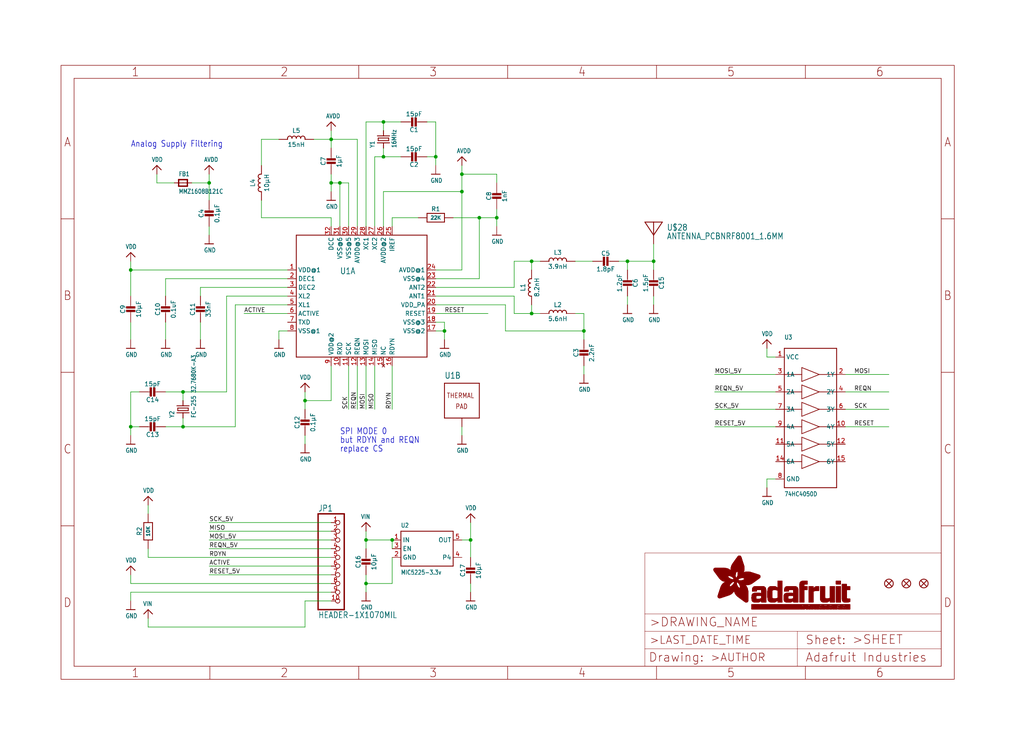
<source format=kicad_sch>
(kicad_sch (version 20211123) (generator eeschema)
  (paper "User" 298.45 217.881)
  (lib_symbols
    (symbol "schematicEagle-eagle-import:74HC4050DTSSOP"
      (property "Reference" "U" (at -7.62 22.86 0))
      (property "Value" "74HC4050DTSSOP" (at -7.62 -22.86 0))
      (symbol "74HC4050DTSSOP_1_0"
        (pin bidirectional line (at -10.16 17.78 0) (length 2.54) (name "VCC") (number "1"))
        (pin bidirectional line (at 10.16 -2.54 180) (length 2.54) (name "4Y") (number "10"))
        (pin bidirectional line (at -10.16 -7.62 0) (length 2.54) (name "5A") (number "11"))
        (pin bidirectional line (at 10.16 -7.62 180) (length 2.54) (name "5Y") (number "12"))
        (pin bidirectional line (at -10.16 -12.7 0) (length 2.54) (name "6A") (number "14"))
        (pin bidirectional line (at 10.16 -12.7 180) (length 2.54) (name "6Y") (number "15"))
        (pin bidirectional line (at 10.16 12.7 180) (length 2.54) (name "1Y") (number "2"))
        (pin bidirectional line (at -10.16 12.7 0) (length 2.54) (name "1A") (number "3"))
        (pin bidirectional line (at 10.16 7.62 180) (length 2.54) (name "2Y") (number "4"))
        (pin bidirectional line (at -10.16 7.62 0) (length 2.54) (name "2A") (number "5"))
        (pin bidirectional line (at 10.16 2.54 180) (length 2.54) (name "3Y") (number "6"))
        (pin bidirectional line (at -10.16 2.54 0) (length 2.54) (name "3A") (number "7"))
        (pin bidirectional line (at -10.16 -17.78 0) (length 2.54) (name "GND") (number "8"))
        (pin bidirectional line (at -10.16 -2.54 0) (length 2.54) (name "4A") (number "9"))
      )
    )
    (symbol "schematicEagle-eagle-import:ANTENNA_PCBNRF8001_1.6MM"
      (property "Value" "ANTENNA_PCBNRF8001_1.6MM" (at 3.81 -1.27 0))
      (symbol "ANTENNA_PCBNRF8001_1.6MM_1_0"
        (pin passive line (at 0 -2.54 90) (length 2.54) (name "P$1") (number "FEED"))
      )
    )
    (symbol "schematicEagle-eagle-import:AVDD" (power)
      (property "Value" "AVDD" (at -1.524 1.016 0))
      (symbol "AVDD_1_0"
        (pin power_in line (at 0 -2.54 90) (length 2.54) (name "AVDD") (number "1"))
      )
    )
    (symbol "schematicEagle-eagle-import:CAP_CERAMIC0805-NOOUTLINE"
      (property "Reference" "C" (at -2.29 1.25 90))
      (property "Value" "CAP_CERAMIC0805-NOOUTLINE" (at 2.3 1.25 90))
      (symbol "CAP_CERAMIC0805-NOOUTLINE_1_0"
        (pin passive line (at 0 5.08 270) (length 2.54) (name "1") (number "1"))
        (pin passive line (at 0 -2.54 90) (length 2.54) (name "2") (number "2"))
      )
    )
    (symbol "schematicEagle-eagle-import:CAP_CERAMIC_0402"
      (property "Reference" "C" (at -2.29 1.25 90))
      (property "Value" "CAP_CERAMIC_0402" (at 2.3 1.25 90))
      (symbol "CAP_CERAMIC_0402_1_0"
        (pin passive line (at 0 5.08 270) (length 2.54) (name "1") (number "1"))
        (pin passive line (at 0 -2.54 90) (length 2.54) (name "2") (number "2"))
      )
    )
    (symbol "schematicEagle-eagle-import:CAP_CERAMIC_0402MP"
      (property "Reference" "C" (at -2.29 1.25 90))
      (property "Value" "CAP_CERAMIC_0402MP" (at 2.3 1.25 90))
      (symbol "CAP_CERAMIC_0402MP_1_0"
        (pin passive line (at 0 5.08 270) (length 2.54) (name "1") (number "1"))
        (pin passive line (at 0 -2.54 90) (length 2.54) (name "2") (number "2"))
      )
    )
    (symbol "schematicEagle-eagle-import:CAP_CERAMIC_0603"
      (property "Reference" "C" (at -2.29 1.25 90))
      (property "Value" "CAP_CERAMIC_0603" (at 2.3 1.25 90))
      (symbol "CAP_CERAMIC_0603_1_0"
        (pin passive line (at 0 5.08 270) (length 2.54) (name "1") (number "1"))
        (pin passive line (at 0 -2.54 90) (length 2.54) (name "2") (number "2"))
      )
    )
    (symbol "schematicEagle-eagle-import:CRYSTAL2.5X2.0"
      (property "Reference" "Y" (at -2.54 2.54 0))
      (property "Value" "CRYSTAL2.5X2.0" (at -2.54 -3.81 0))
      (symbol "CRYSTAL2.5X2.0_1_0"
        (pin passive line (at -2.54 0 0) (length 0) (name "1") (number "1"))
        (pin passive line (at 2.54 0 180) (length 0) (name "2") (number "3"))
      )
    )
    (symbol "schematicEagle-eagle-import:CRYSTAL4.9X1.8"
      (property "Reference" "Y" (at -2.54 2.54 0))
      (property "Value" "CRYSTAL4.9X1.8" (at -2.54 -3.81 0))
      (symbol "CRYSTAL4.9X1.8_1_0"
        (pin passive line (at -2.54 0 0) (length 0) (name "1") (number "1"))
        (pin passive line (at 2.54 0 180) (length 0) (name "2") (number "2"))
      )
    )
    (symbol "schematicEagle-eagle-import:FERRITE0805"
      (property "Reference" "FB" (at -1.27 1.905 0))
      (property "Value" "FERRITE0805" (at -1.27 -3.175 0))
      (symbol "FERRITE0805_1_0"
        (pin passive line (at -2.54 0 0) (length 2.54) (name "P$1") (number "1"))
        (pin passive line (at 2.54 0 180) (length 2.54) (name "P$2") (number "2"))
      )
    )
    (symbol "schematicEagle-eagle-import:FIDUCIAL{dblquote}{dblquote}")
    (symbol "schematicEagle-eagle-import:FRAME_A4_ADAFRUIT"
      (symbol "FRAME_A4_ADAFRUIT_0_0"
        (text "1" (at 21.6958 1.905 0) (effects (font (size 2.54 2.286))))
        (text "1" (at 21.6958 177.165 0) (effects (font (size 2.54 2.286))))
        (text "2" (at 65.0875 1.905 0) (effects (font (size 2.54 2.286))))
        (text "2" (at 65.0875 177.165 0) (effects (font (size 2.54 2.286))))
        (text "3" (at 108.4792 1.905 0) (effects (font (size 2.54 2.286))))
        (text "3" (at 108.4792 177.165 0) (effects (font (size 2.54 2.286))))
        (text "4" (at 151.8708 1.905 0) (effects (font (size 2.54 2.286))))
        (text "4" (at 151.8708 177.165 0) (effects (font (size 2.54 2.286))))
        (text "5" (at 195.2625 1.905 0) (effects (font (size 2.54 2.286))))
        (text "5" (at 195.2625 177.165 0) (effects (font (size 2.54 2.286))))
        (text "6" (at 238.6542 1.905 0) (effects (font (size 2.54 2.286))))
        (text "6" (at 238.6542 177.165 0) (effects (font (size 2.54 2.286))))
        (text "A" (at 1.905 156.6863 0) (effects (font (size 2.54 2.286))))
        (text "A" (at 258.445 156.6863 0) (effects (font (size 2.54 2.286))))
        (text "B" (at 1.905 111.9188 0) (effects (font (size 2.54 2.286))))
        (text "B" (at 258.445 111.9188 0) (effects (font (size 2.54 2.286))))
        (text "C" (at 1.905 67.1513 0) (effects (font (size 2.54 2.286))))
        (text "C" (at 258.445 67.1513 0) (effects (font (size 2.54 2.286))))
        (text "D" (at 1.905 22.3838 0) (effects (font (size 2.54 2.286))))
        (text "D" (at 258.445 22.3838 0) (effects (font (size 2.54 2.286))))
      )
      (symbol "FRAME_A4_ADAFRUIT_1_0"
        (text ">AUTHOR" (at 189.23 5.08 0) (effects (font (size 2.286 2.286)) (justify left bottom)))
        (text ">DRAWING_NAME" (at 171.45 15.24 0) (effects (font (size 2.54 2.54)) (justify left bottom)))
        (text ">LAST_DATE_TIME" (at 171.45 10.16 0) (effects (font (size 2.286 2.286)) (justify left bottom)))
        (text ">SHEET" (at 230.505 10.16 0) (effects (font (size 2.54 2.54)) (justify left bottom)))
        (text "Adafruit Industries" (at 216.916 4.953 0) (effects (font (size 2.54 2.54)) (justify left bottom)))
        (text "Drawing:" (at 171.196 4.953 0) (effects (font (size 2.54 2.54)) (justify left bottom)))
        (text "Sheet:" (at 216.916 10.033 0) (effects (font (size 2.54 2.54)) (justify left bottom)))
      )
    )
    (symbol "schematicEagle-eagle-import:GND" (power)
      (property "Value" "GND" (at -1.524 -2.54 0))
      (symbol "GND_1_0"
        (pin power_in line (at 0 2.54 270) (length 2.54) (name "GND") (number "1"))
      )
    )
    (symbol "schematicEagle-eagle-import:HEADER-1X1070MIL"
      (property "Reference" "JP" (at -6.35 13.335 0))
      (property "Value" "HEADER-1X1070MIL" (at -6.35 -17.78 0))
      (symbol "HEADER-1X1070MIL_1_0"
        (pin passive inverted (at -2.54 10.16 0) (length 2.54) (name "1") (number "1"))
        (pin passive inverted (at -2.54 -12.7 0) (length 2.54) (name "10") (number "10"))
        (pin passive inverted (at -2.54 7.62 0) (length 2.54) (name "2") (number "2"))
        (pin passive inverted (at -2.54 5.08 0) (length 2.54) (name "3") (number "3"))
        (pin passive inverted (at -2.54 2.54 0) (length 2.54) (name "4") (number "4"))
        (pin passive inverted (at -2.54 0 0) (length 2.54) (name "5") (number "5"))
        (pin passive inverted (at -2.54 -2.54 0) (length 2.54) (name "6") (number "6"))
        (pin passive inverted (at -2.54 -5.08 0) (length 2.54) (name "7") (number "7"))
        (pin passive inverted (at -2.54 -7.62 0) (length 2.54) (name "8") (number "8"))
        (pin passive inverted (at -2.54 -10.16 0) (length 2.54) (name "9") (number "9"))
      )
    )
    (symbol "schematicEagle-eagle-import:INDUCTOR_0402"
      (property "Reference" "L" (at 0 2.54 0))
      (property "Value" "INDUCTOR_0402" (at 0 -1.54 0))
      (symbol "INDUCTOR_0402_1_0"
        (pin passive line (at -5.08 0 0) (length 2.54) (name "1") (number "1"))
        (pin passive line (at 5.08 0 180) (length 2.54) (name "2") (number "2"))
      )
    )
    (symbol "schematicEagle-eagle-import:INDUCTOR_0603"
      (property "Reference" "L" (at 0 2.54 0))
      (property "Value" "INDUCTOR_0603" (at 0 -1.54 0))
      (symbol "INDUCTOR_0603_1_0"
        (pin passive line (at -5.08 0 0) (length 2.54) (name "1") (number "1"))
        (pin passive line (at 5.08 0 180) (length 2.54) (name "2") (number "2"))
      )
    )
    (symbol "schematicEagle-eagle-import:NRF8001"
      (property "Reference" "U" (at -5.08 6.35 0))
      (symbol "NRF8001_1_0"
        (pin power_in line (at -20.32 7.62 0) (length 2.54) (name "VDD@1") (number "1"))
        (pin input line (at -5.08 -20.32 90) (length 2.54) (name "RXD") (number "10"))
        (pin input line (at -2.54 -20.32 90) (length 2.54) (name "SCK") (number "11"))
        (pin input line (at 0 -20.32 90) (length 2.54) (name "REQN") (number "12"))
        (pin input line (at 2.54 -20.32 90) (length 2.54) (name "MOSI") (number "13"))
        (pin output line (at 5.08 -20.32 90) (length 2.54) (name "MISO") (number "14"))
        (pin no_connect line (at 7.62 -20.32 90) (length 2.54) (name "NC") (number "15"))
        (pin output line (at 10.16 -20.32 90) (length 2.54) (name "RDYN") (number "16"))
        (pin power_in line (at 22.86 -10.16 180) (length 2.54) (name "VSS@2") (number "17"))
        (pin power_in line (at 22.86 -7.62 180) (length 2.54) (name "VSS@3") (number "18"))
        (pin input line (at 22.86 -5.08 180) (length 2.54) (name "RESET") (number "19"))
        (pin bidirectional line (at -20.32 5.08 0) (length 2.54) (name "DEC1") (number "2"))
        (pin bidirectional line (at 22.86 -2.54 180) (length 2.54) (name "VDD_PA") (number "20"))
        (pin bidirectional line (at 22.86 0 180) (length 2.54) (name "ANT1") (number "21"))
        (pin bidirectional line (at 22.86 2.54 180) (length 2.54) (name "ANT2") (number "22"))
        (pin power_in line (at 22.86 5.08 180) (length 2.54) (name "VSS@4") (number "23"))
        (pin power_in line (at 22.86 7.62 180) (length 2.54) (name "AVDD@1") (number "24"))
        (pin output line (at 10.16 20.32 270) (length 2.54) (name "IREF") (number "25"))
        (pin power_in line (at 7.62 20.32 270) (length 2.54) (name "AVDD@2") (number "26"))
        (pin output line (at 5.08 20.32 270) (length 2.54) (name "XC2") (number "27"))
        (pin input line (at 2.54 20.32 270) (length 2.54) (name "XC1") (number "28"))
        (pin power_in line (at 0 20.32 270) (length 2.54) (name "AVDD@3") (number "29"))
        (pin bidirectional line (at -20.32 2.54 0) (length 2.54) (name "DEC2") (number "3"))
        (pin power_in line (at -2.54 20.32 270) (length 2.54) (name "VSS@5") (number "30"))
        (pin power_in line (at -5.08 20.32 270) (length 2.54) (name "VSS@6") (number "31"))
        (pin bidirectional line (at -7.62 20.32 270) (length 2.54) (name "DCC") (number "32"))
        (pin output line (at -20.32 0 0) (length 2.54) (name "XL2") (number "4"))
        (pin input line (at -20.32 -2.54 0) (length 2.54) (name "XL1") (number "5"))
        (pin output line (at -20.32 -5.08 0) (length 2.54) (name "ACTIVE") (number "6"))
        (pin output line (at -20.32 -7.62 0) (length 2.54) (name "TXD") (number "7"))
        (pin power_in line (at -20.32 -10.16 0) (length 2.54) (name "VSS@1") (number "8"))
        (pin power_in line (at -7.62 -20.32 90) (length 2.54) (name "VDD@2") (number "9"))
      )
      (symbol "NRF8001_2_0"
        (text "PAD" (at -1.905 -2.54 0) (effects (font (size 1.4224 1.209)) (justify left bottom)))
        (text "THERMAL" (at -4.445 0.635 0) (effects (font (size 1.4224 1.209)) (justify left bottom)))
        (pin power_in line (at 0 -7.62 90) (length 2.54) (name "TP") (number "33"))
      )
    )
    (symbol "schematicEagle-eagle-import:RESISTOR0805_NOOUTLINE"
      (property "Reference" "R" (at 0 2.54 0))
      (property "Value" "RESISTOR0805_NOOUTLINE" (at 0 0 0))
      (symbol "RESISTOR0805_NOOUTLINE_1_0"
        (pin passive line (at -5.08 0 0) (length 2.54) (name "1") (number "1"))
        (pin passive line (at 5.08 0 180) (length 2.54) (name "2") (number "2"))
      )
    )
    (symbol "schematicEagle-eagle-import:RESISTOR_0805MP"
      (property "Reference" "R" (at 0 2.54 0))
      (property "Value" "RESISTOR_0805MP" (at 0 0 0))
      (symbol "RESISTOR_0805MP_1_0"
        (pin passive line (at -5.08 0 0) (length 2.54) (name "1") (number "1"))
        (pin passive line (at 5.08 0 180) (length 2.54) (name "2") (number "2"))
      )
    )
    (symbol "schematicEagle-eagle-import:VDD" (power)
      (property "Value" "VDD" (at -1.524 1.016 0))
      (symbol "VDD_1_0"
        (pin power_in line (at 0 -2.54 90) (length 2.54) (name "VDD") (number "1"))
      )
    )
    (symbol "schematicEagle-eagle-import:VIN" (power)
      (property "Value" "VIN" (at -1.524 1.016 0))
      (symbol "VIN_1_0"
        (pin power_in line (at 0 -2.54 90) (length 2.54) (name "VIN") (number "1"))
      )
    )
    (symbol "schematicEagle-eagle-import:VREG_SOT23-5"
      (property "Reference" "U" (at -7.62 6.096 0))
      (property "Value" "VREG_SOT23-5" (at -7.62 -7.62 0))
      (symbol "VREG_SOT23-5_1_0"
        (pin power_in line (at -10.16 2.54 0) (length 2.54) (name "IN") (number "1"))
        (pin power_in line (at -10.16 -2.54 0) (length 2.54) (name "GND") (number "2"))
        (pin input line (at -10.16 0 0) (length 2.54) (name "EN") (number "3"))
        (pin bidirectional line (at 10.16 -2.54 180) (length 2.54) (name "P4") (number "4"))
        (pin power_in line (at 10.16 2.54 180) (length 2.54) (name "OUT") (number "5"))
      )
    )
  )
  (junction (at 38.1 78.74))
  (junction (at 139.7 63.5))
  (junction (at 60.96 53.34))
  (junction (at 53.34 114.3))
  (junction (at 182.88 76.2))
  (junction (at 129.54 96.52))
  (junction (at 96.52 40.64))
  (junction (at 99.06 53.34))
  (junction (at 154.94 91.44))
  (junction (at 53.34 124.46))
  (junction (at 134.62 55.88))
  (junction (at 137.16 157.48))
  (junction (at 96.52 53.34))
  (junction (at 127 45.72))
  (junction (at 144.78 63.5))
  (junction (at 106.68 157.48))
  (junction (at 111.76 45.72))
  (junction (at 114.3 157.48))
  (junction (at 134.62 50.8))
  (junction (at 154.94 76.2))
  (junction (at 38.1 124.46))
  (junction (at 190.5 76.2))
  (junction (at 106.68 170.18))
  (junction (at 88.9 116.84))
  (junction (at 111.76 35.56))
  (junction (at 170.18 96.52))
  (wire (pts (xy 106.68 167.64) (xy 106.68 170.18)))
  (wire (pts (xy 53.34 124.46) (xy 53.34 121.92)))
  (wire (pts (xy 43.18 182.88) (xy 43.18 180.34)))
  (wire (pts (xy 127 35.56) (xy 127 45.72)))
  (wire (pts (xy 38.1 124.46) (xy 38.1 127)))
  (wire (pts (xy 83.82 83.82) (xy 58.42 83.82)))
  (wire (pts (xy 60.96 53.34) (xy 60.96 58.42)))
  (wire (pts (xy 180.34 76.2) (xy 182.88 76.2)))
  (wire (pts (xy 88.9 127) (xy 88.9 129.54)))
  (wire (pts (xy 109.22 45.72) (xy 111.76 45.72)))
  (wire (pts (xy 106.68 170.18) (xy 106.68 172.72)))
  (wire (pts (xy 190.5 86.36) (xy 190.5 88.9)))
  (wire (pts (xy 83.82 78.74) (xy 38.1 78.74)))
  (wire (pts (xy 114.3 170.18) (xy 106.68 170.18)))
  (wire (pts (xy 88.9 116.84) (xy 88.9 119.38)))
  (wire (pts (xy 60.96 53.34) (xy 60.96 50.8)))
  (wire (pts (xy 58.42 93.98) (xy 58.42 99.06)))
  (wire (pts (xy 96.52 53.34) (xy 96.52 55.88)))
  (wire (pts (xy 226.06 104.14) (xy 223.52 104.14)))
  (wire (pts (xy 83.82 81.28) (xy 48.26 81.28)))
  (wire (pts (xy 114.3 157.48) (xy 106.68 157.48)))
  (wire (pts (xy 137.16 157.48) (xy 137.16 162.56)))
  (wire (pts (xy 111.76 45.72) (xy 116.84 45.72)))
  (wire (pts (xy 226.06 109.22) (xy 208.28 109.22)))
  (wire (pts (xy 134.62 48.26) (xy 134.62 50.8)))
  (wire (pts (xy 114.3 160.02) (xy 114.3 157.48)))
  (wire (pts (xy 127 81.28) (xy 139.7 81.28)))
  (wire (pts (xy 96.52 40.64) (xy 91.44 40.64)))
  (wire (pts (xy 68.58 124.46) (xy 53.34 124.46)))
  (wire (pts (xy 45.72 53.34) (xy 50.8 53.34)))
  (wire (pts (xy 149.86 76.2) (xy 154.94 76.2)))
  (wire (pts (xy 127 86.36) (xy 149.86 86.36)))
  (wire (pts (xy 137.16 170.18) (xy 137.16 172.72)))
  (wire (pts (xy 99.06 53.34) (xy 101.6 53.34)))
  (wire (pts (xy 83.82 91.44) (xy 71.12 91.44)))
  (wire (pts (xy 60.96 66.04) (xy 60.96 68.58)))
  (wire (pts (xy 48.26 93.98) (xy 48.26 99.06)))
  (wire (pts (xy 246.38 114.3) (xy 259.08 114.3)))
  (wire (pts (xy 58.42 83.82) (xy 58.42 86.36)))
  (wire (pts (xy 109.22 106.68) (xy 109.22 119.38)))
  (wire (pts (xy 106.68 157.48) (xy 106.68 160.02)))
  (wire (pts (xy 106.68 35.56) (xy 111.76 35.56)))
  (wire (pts (xy 96.52 53.34) (xy 99.06 53.34)))
  (wire (pts (xy 99.06 53.34) (xy 99.06 66.04)))
  (wire (pts (xy 83.82 88.9) (xy 68.58 88.9)))
  (wire (pts (xy 182.88 76.2) (xy 190.5 76.2)))
  (wire (pts (xy 96.52 63.5) (xy 96.52 66.04)))
  (wire (pts (xy 104.14 106.68) (xy 104.14 119.38)))
  (wire (pts (xy 132.08 63.5) (xy 139.7 63.5)))
  (wire (pts (xy 111.76 66.04) (xy 111.76 55.88)))
  (wire (pts (xy 68.58 88.9) (xy 68.58 124.46)))
  (wire (pts (xy 144.78 63.5) (xy 144.78 66.04)))
  (wire (pts (xy 101.6 53.34) (xy 101.6 66.04)))
  (wire (pts (xy 106.68 157.48) (xy 106.68 154.94)))
  (wire (pts (xy 127 93.98) (xy 129.54 93.98)))
  (wire (pts (xy 246.38 124.46) (xy 259.08 124.46)))
  (wire (pts (xy 40.64 114.3) (xy 38.1 114.3)))
  (wire (pts (xy 60.96 165.1) (xy 96.52 165.1)))
  (wire (pts (xy 190.5 76.2) (xy 190.5 71.12)))
  (wire (pts (xy 76.2 58.42) (xy 76.2 63.5)))
  (wire (pts (xy 38.1 170.18) (xy 38.1 167.64)))
  (wire (pts (xy 124.46 45.72) (xy 127 45.72)))
  (wire (pts (xy 104.14 40.64) (xy 104.14 66.04)))
  (wire (pts (xy 43.18 149.86) (xy 43.18 147.32)))
  (wire (pts (xy 106.68 66.04) (xy 106.68 35.56)))
  (wire (pts (xy 43.18 162.56) (xy 96.52 162.56)))
  (wire (pts (xy 127 88.9) (xy 147.32 88.9)))
  (wire (pts (xy 223.52 139.7) (xy 223.52 142.24)))
  (wire (pts (xy 167.64 76.2) (xy 172.72 76.2)))
  (wire (pts (xy 96.52 40.64) (xy 104.14 40.64)))
  (wire (pts (xy 48.26 124.46) (xy 53.34 124.46)))
  (wire (pts (xy 111.76 43.18) (xy 111.76 45.72)))
  (wire (pts (xy 149.86 86.36) (xy 149.86 91.44)))
  (wire (pts (xy 45.72 50.8) (xy 45.72 53.34)))
  (wire (pts (xy 111.76 38.1) (xy 111.76 35.56)))
  (wire (pts (xy 83.82 86.36) (xy 66.04 86.36)))
  (wire (pts (xy 139.7 63.5) (xy 144.78 63.5)))
  (wire (pts (xy 127 45.72) (xy 127 48.26)))
  (wire (pts (xy 144.78 50.8) (xy 144.78 53.34)))
  (wire (pts (xy 134.62 127) (xy 134.62 124.46)))
  (wire (pts (xy 129.54 93.98) (xy 129.54 96.52)))
  (wire (pts (xy 40.64 124.46) (xy 38.1 124.46)))
  (wire (pts (xy 134.62 157.48) (xy 137.16 157.48)))
  (wire (pts (xy 83.82 96.52) (xy 81.28 96.52)))
  (wire (pts (xy 114.3 106.68) (xy 114.3 119.38)))
  (wire (pts (xy 226.06 139.7) (xy 223.52 139.7)))
  (wire (pts (xy 106.68 106.68) (xy 106.68 119.38)))
  (wire (pts (xy 38.1 93.98) (xy 38.1 99.06)))
  (wire (pts (xy 154.94 78.74) (xy 154.94 76.2)))
  (wire (pts (xy 88.9 175.26) (xy 88.9 182.88)))
  (wire (pts (xy 223.52 104.14) (xy 223.52 101.6)))
  (wire (pts (xy 81.28 96.52) (xy 81.28 99.06)))
  (wire (pts (xy 182.88 78.74) (xy 182.88 76.2)))
  (wire (pts (xy 149.86 83.82) (xy 149.86 76.2)))
  (wire (pts (xy 124.46 35.56) (xy 127 35.56)))
  (wire (pts (xy 114.3 162.56) (xy 114.3 170.18)))
  (wire (pts (xy 154.94 88.9) (xy 154.94 91.44)))
  (wire (pts (xy 96.52 38.1) (xy 96.52 40.64)))
  (wire (pts (xy 96.52 116.84) (xy 88.9 116.84)))
  (wire (pts (xy 88.9 114.3) (xy 88.9 116.84)))
  (wire (pts (xy 190.5 78.74) (xy 190.5 76.2)))
  (wire (pts (xy 96.52 167.64) (xy 60.96 167.64)))
  (wire (pts (xy 43.18 162.56) (xy 43.18 160.02)))
  (wire (pts (xy 226.06 119.38) (xy 208.28 119.38)))
  (wire (pts (xy 170.18 96.52) (xy 170.18 99.06)))
  (wire (pts (xy 114.3 66.04) (xy 114.3 63.5)))
  (wire (pts (xy 137.16 157.48) (xy 137.16 152.4)))
  (wire (pts (xy 226.06 124.46) (xy 208.28 124.46)))
  (wire (pts (xy 60.96 160.02) (xy 96.52 160.02)))
  (wire (pts (xy 134.62 50.8) (xy 144.78 50.8)))
  (wire (pts (xy 60.96 152.4) (xy 96.52 152.4)))
  (wire (pts (xy 88.9 175.26) (xy 96.52 175.26)))
  (wire (pts (xy 134.62 55.88) (xy 134.62 50.8)))
  (wire (pts (xy 55.88 53.34) (xy 60.96 53.34)))
  (wire (pts (xy 111.76 35.56) (xy 116.84 35.56)))
  (wire (pts (xy 170.18 106.68) (xy 170.18 109.22)))
  (wire (pts (xy 101.6 106.68) (xy 101.6 119.38)))
  (wire (pts (xy 76.2 63.5) (xy 96.52 63.5)))
  (wire (pts (xy 149.86 91.44) (xy 154.94 91.44)))
  (wire (pts (xy 246.38 109.22) (xy 259.08 109.22)))
  (wire (pts (xy 38.1 172.72) (xy 38.1 175.26)))
  (wire (pts (xy 66.04 114.3) (xy 53.34 114.3)))
  (wire (pts (xy 88.9 182.88) (xy 43.18 182.88)))
  (wire (pts (xy 139.7 81.28) (xy 139.7 63.5)))
  (wire (pts (xy 60.96 157.48) (xy 96.52 157.48)))
  (wire (pts (xy 127 91.44) (xy 142.24 91.44)))
  (wire (pts (xy 81.28 40.64) (xy 76.2 40.64)))
  (wire (pts (xy 134.62 78.74) (xy 134.62 55.88)))
  (wire (pts (xy 182.88 86.36) (xy 182.88 88.9)))
  (wire (pts (xy 154.94 76.2) (xy 157.48 76.2)))
  (wire (pts (xy 38.1 172.72) (xy 96.52 172.72)))
  (wire (pts (xy 259.08 119.38) (xy 246.38 119.38)))
  (wire (pts (xy 167.64 91.44) (xy 170.18 91.44)))
  (wire (pts (xy 38.1 78.74) (xy 38.1 86.36)))
  (wire (pts (xy 48.26 114.3) (xy 53.34 114.3)))
  (wire (pts (xy 38.1 114.3) (xy 38.1 124.46)))
  (wire (pts (xy 129.54 96.52) (xy 129.54 99.06)))
  (wire (pts (xy 60.96 154.94) (xy 96.52 154.94)))
  (wire (pts (xy 147.32 96.52) (xy 170.18 96.52)))
  (wire (pts (xy 154.94 91.44) (xy 157.48 91.44)))
  (wire (pts (xy 76.2 40.64) (xy 76.2 48.26)))
  (wire (pts (xy 111.76 55.88) (xy 134.62 55.88)))
  (wire (pts (xy 226.06 114.3) (xy 208.28 114.3)))
  (wire (pts (xy 53.34 114.3) (xy 53.34 116.84)))
  (wire (pts (xy 38.1 170.18) (xy 96.52 170.18)))
  (wire (pts (xy 170.18 91.44) (xy 170.18 96.52)))
  (wire (pts (xy 96.52 106.68) (xy 96.52 116.84)))
  (wire (pts (xy 96.52 50.8) (xy 96.52 53.34)))
  (wire (pts (xy 127 83.82) (xy 149.86 83.82)))
  (wire (pts (xy 48.26 81.28) (xy 48.26 86.36)))
  (wire (pts (xy 66.04 86.36) (xy 66.04 114.3)))
  (wire (pts (xy 144.78 60.96) (xy 144.78 63.5)))
  (wire (pts (xy 96.52 40.64) (xy 96.52 43.18)))
  (wire (pts (xy 109.22 66.04) (xy 109.22 45.72)))
  (wire (pts (xy 127 96.52) (xy 129.54 96.52)))
  (wire (pts (xy 127 78.74) (xy 134.62 78.74)))
  (wire (pts (xy 38.1 78.74) (xy 38.1 76.2)))
  (wire (pts (xy 147.32 88.9) (xy 147.32 96.52)))
  (wire (pts (xy 114.3 63.5) (xy 121.92 63.5)))
  (text "SPI MODE 0" (at 99.06 127 180) (effects (font (size 1.778 1.5113)) (justify left bottom)))
  (text "replace CS" (at 99.06 132.08 180) (effects (font (size 1.778 1.5113)) (justify left bottom)))
  (text "but RDYN and REQN" (at 99.06 129.54 180) (effects (font (size 1.778 1.5113)) (justify left bottom)))
  (text "Analog Supply Filtering" (at 38.1 43.18 180) (effects (font (size 1.778 1.5113)) (justify left bottom)))
  (label "MOSI_5V" (at 60.96 157.48 0) (effects (font (size 1.2446 1.2446))))
  (label "RESET" (at 248.92 124.46 0) (effects (font (size 1.2446 1.2446))))
  (label "MISO" (at 109.22 119.38 90) (effects (font (size 1.2446 1.2446))))
  (label "RDYN" (at 60.96 162.56 0) (effects (font (size 1.2446 1.2446))))
  (label "RESET_5V" (at 208.28 124.46 0) (effects (font (size 1.2446 1.2446))))
  (label "RDYN" (at 114.3 119.38 90) (effects (font (size 1.2446 1.2446))))
  (label "SCK" (at 248.92 119.38 0) (effects (font (size 1.2446 1.2446))))
  (label "SCK_5V" (at 60.96 152.4 0) (effects (font (size 1.2446 1.2446))))
  (label "MOSI" (at 248.92 109.22 0) (effects (font (size 1.2446 1.2446))))
  (label "REQN" (at 104.14 119.38 90) (effects (font (size 1.2446 1.2446))))
  (label "ACTIVE" (at 71.12 91.44 0) (effects (font (size 1.2446 1.2446))))
  (label "MISO" (at 60.96 154.94 0) (effects (font (size 1.2446 1.2446))))
  (label "SCK_5V" (at 208.28 119.38 0) (effects (font (size 1.2446 1.2446))))
  (label "REQN_5V" (at 60.96 160.02 0) (effects (font (size 1.2446 1.2446))))
  (label "RESET" (at 129.54 91.44 0) (effects (font (size 1.2446 1.2446))))
  (label "REQN_5V" (at 208.28 114.3 0) (effects (font (size 1.2446 1.2446))))
  (label "ACTIVE" (at 60.96 165.1 0) (effects (font (size 1.2446 1.2446))))
  (label "MOSI" (at 106.68 119.38 90) (effects (font (size 1.2446 1.2446))))
  (label "REQN" (at 248.92 114.3 0) (effects (font (size 1.2446 1.2446))))
  (label "SCK" (at 101.6 119.38 90) (effects (font (size 1.2446 1.2446))))
  (label "RESET_5V" (at 60.96 167.64 0) (effects (font (size 1.2446 1.2446))))
  (label "MOSI_5V" (at 208.28 109.22 0) (effects (font (size 1.2446 1.2446))))
  (symbol (lib_id "schematicEagle-eagle-import:VDD") (at 88.9 111.76 0) (unit 1)
    (property "Reference" "#U$15" (effects hide))
    (property "Value" "VDD" (at 87.376 110.744 0) (effects (font (size 1.27 1.0795)) (justify left bottom)))
    (property "Footprint" "schematicEagle:" (effects hide))
  )
  (symbol (lib_id "schematicEagle-eagle-import:ANTENNA_PCBNRF8001_1.6MM") (at 190.5 68.58 0) (unit 1)
    (property "Reference" "U$28" (at 194.31 67.31 0) (effects (font (size 1.778 1.5113)) (justify left bottom)))
    (property "Value" "ANTENNA_PCBNRF8001_1.6MM" (at 194.31 69.85 0) (effects (font (size 1.778 1.5113)) (justify left bottom)))
    (property "Footprint" "schematicEagle:ANT_PCB_2.4GHZ_NRF8001_1.6MM_1OZ" (effects hide))
  )
  (symbol (lib_id "schematicEagle-eagle-import:CAP_CERAMIC0805-NOOUTLINE") (at 45.72 124.46 90) (unit 1)
    (property "Reference" "C13" (at 44.47 126.75 90))
    (property "Value" "15pF" (at 44.47 122.16 90))
    (property "Footprint" "schematicEagle:0805-NO" (effects hide))
  )
  (symbol (lib_id "schematicEagle-eagle-import:INDUCTOR_0402") (at 162.56 76.2 0) (unit 1)
    (property "Reference" "L3" (at 162.56 73.66 0))
    (property "Value" "3.9nH" (at 162.56 77.74 0))
    (property "Footprint" "schematicEagle:_0402" (effects hide))
  )
  (symbol (lib_id "schematicEagle-eagle-import:FIDUCIAL{dblquote}{dblquote}") (at 264.16 170.18 0) (unit 1)
    (property "Reference" "FID2" (effects hide))
    (property "Value" "FIDUCIAL{dblquote}{dblquote}" (effects hide))
    (property "Footprint" "schematicEagle:FIDUCIAL_1MM" (effects hide))
  )
  (symbol (lib_id "schematicEagle-eagle-import:FIDUCIAL{dblquote}{dblquote}") (at 269.24 170.18 0) (unit 1)
    (property "Reference" "FID1" (effects hide))
    (property "Value" "FIDUCIAL{dblquote}{dblquote}" (effects hide))
    (property "Footprint" "schematicEagle:FIDUCIAL_1MM" (effects hide))
  )
  (symbol (lib_id "schematicEagle-eagle-import:GND") (at 96.52 58.42 0) (unit 1)
    (property "Reference" "#U$12" (effects hide))
    (property "Value" "GND" (at 94.996 60.96 0) (effects (font (size 1.27 1.0795)) (justify left bottom)))
    (property "Footprint" "schematicEagle:" (effects hide))
  )
  (symbol (lib_id "schematicEagle-eagle-import:CAP_CERAMIC_0603") (at 144.78 58.42 0) (unit 1)
    (property "Reference" "C8" (at 142.49 57.17 90))
    (property "Value" "1nF" (at 147.08 57.17 90))
    (property "Footprint" "schematicEagle:_0603" (effects hide))
  )
  (symbol (lib_id "schematicEagle-eagle-import:CRYSTAL2.5X2.0") (at 111.76 40.64 90) (unit 1)
    (property "Reference" "Y1" (at 109.22 43.18 0) (effects (font (size 1.27 1.0795)) (justify left bottom)))
    (property "Value" "16MHz" (at 115.57 43.18 0) (effects (font (size 1.27 1.0795)) (justify left bottom)))
    (property "Footprint" "schematicEagle:CRYSTAL_2.5X2" (effects hide))
  )
  (symbol (lib_id "schematicEagle-eagle-import:VIN") (at 43.18 177.8 0) (unit 1)
    (property "Reference" "#U$26" (effects hide))
    (property "Value" "VIN" (at 41.656 176.784 0) (effects (font (size 1.27 1.0795)) (justify left bottom)))
    (property "Footprint" "schematicEagle:" (effects hide))
  )
  (symbol (lib_id "schematicEagle-eagle-import:74HC4050DTSSOP") (at 236.22 121.92 0) (unit 1)
    (property "Reference" "U3" (at 228.6 99.06 0) (effects (font (size 1.27 1.0795)) (justify left bottom)))
    (property "Value" "74HC4050D" (at 228.6 144.78 0) (effects (font (size 1.27 1.0795)) (justify left bottom)))
    (property "Footprint" "schematicEagle:TSSOP16" (effects hide))
  )
  (symbol (lib_id "schematicEagle-eagle-import:GND") (at 106.68 175.26 0) (unit 1)
    (property "Reference" "#U$25" (effects hide))
    (property "Value" "GND" (at 105.156 177.8 0) (effects (font (size 1.27 1.0795)) (justify left bottom)))
    (property "Footprint" "schematicEagle:" (effects hide))
  )
  (symbol (lib_id "schematicEagle-eagle-import:VIN") (at 106.68 152.4 0) (unit 1)
    (property "Reference" "#U$24" (effects hide))
    (property "Value" "VIN" (at 105.156 151.384 0) (effects (font (size 1.27 1.0795)) (justify left bottom)))
    (property "Footprint" "schematicEagle:" (effects hide))
  )
  (symbol (lib_id "schematicEagle-eagle-import:CAP_CERAMIC0805-NOOUTLINE") (at 121.92 35.56 90) (unit 1)
    (property "Reference" "C1" (at 120.67 37.85 90))
    (property "Value" "15pF" (at 120.67 33.26 90))
    (property "Footprint" "schematicEagle:0805-NO" (effects hide))
  )
  (symbol (lib_id "schematicEagle-eagle-import:GND") (at 38.1 101.6 0) (unit 1)
    (property "Reference" "#U$19" (effects hide))
    (property "Value" "GND" (at 36.576 104.14 0) (effects (font (size 1.27 1.0795)) (justify left bottom)))
    (property "Footprint" "schematicEagle:" (effects hide))
  )
  (symbol (lib_id "schematicEagle-eagle-import:HEADER-1X1070MIL") (at 99.06 162.56 0) (unit 1)
    (property "Reference" "JP1" (at 92.71 149.225 0) (effects (font (size 1.778 1.5113)) (justify left bottom)))
    (property "Value" "HEADER-1X1070MIL" (at 92.71 180.34 0) (effects (font (size 1.778 1.5113)) (justify left bottom)))
    (property "Footprint" "schematicEagle:1X10_ROUND70" (effects hide))
  )
  (symbol (lib_id "schematicEagle-eagle-import:INDUCTOR_0603") (at 86.36 40.64 0) (unit 1)
    (property "Reference" "L5" (at 86.36 38.1 0))
    (property "Value" "15nH" (at 86.36 42.18 0))
    (property "Footprint" "schematicEagle:_0603" (effects hide))
  )
  (symbol (lib_id "schematicEagle-eagle-import:GND") (at 182.88 91.44 0) (unit 1)
    (property "Reference" "#U$2" (effects hide))
    (property "Value" "GND" (at 181.356 93.98 0) (effects (font (size 1.27 1.0795)) (justify left bottom)))
    (property "Footprint" "schematicEagle:" (effects hide))
  )
  (symbol (lib_id "schematicEagle-eagle-import:AVDD") (at 96.52 35.56 0) (unit 1)
    (property "Reference" "#U$10" (effects hide))
    (property "Value" "AVDD" (at 94.996 34.544 0) (effects (font (size 1.27 1.0795)) (justify left bottom)))
    (property "Footprint" "schematicEagle:" (effects hide))
  )
  (symbol (lib_id "schematicEagle-eagle-import:GND") (at 170.18 111.76 0) (unit 1)
    (property "Reference" "#U$3" (effects hide))
    (property "Value" "GND" (at 168.656 114.3 0) (effects (font (size 1.27 1.0795)) (justify left bottom)))
    (property "Footprint" "schematicEagle:" (effects hide))
  )
  (symbol (lib_id "schematicEagle-eagle-import:NRF8001") (at 104.14 86.36 0) (unit 1)
    (property "Reference" "U1" (at 99.06 80.01 0) (effects (font (size 1.778 1.5113)) (justify left bottom)))
    (property "Value" "nRF8001" (effects hide))
    (property "Footprint" "schematicEagle:QFN32_5MM" (effects hide))
  )
  (symbol (lib_id "schematicEagle-eagle-import:VDD") (at 45.72 48.26 0) (unit 1)
    (property "Reference" "#U$11" (effects hide))
    (property "Value" "VDD" (at 44.196 47.244 0) (effects (font (size 1.27 1.0795)) (justify left bottom)))
    (property "Footprint" "schematicEagle:" (effects hide))
  )
  (symbol (lib_id "schematicEagle-eagle-import:CAP_CERAMIC0805-NOOUTLINE") (at 45.72 114.3 90) (unit 1)
    (property "Reference" "C14" (at 44.47 116.59 90))
    (property "Value" "15pF" (at 44.47 112 90))
    (property "Footprint" "schematicEagle:0805-NO" (effects hide))
  )
  (symbol (lib_id "schematicEagle-eagle-import:INDUCTOR_0402") (at 154.94 83.82 90) (unit 1)
    (property "Reference" "L1" (at 152.4 83.82 0))
    (property "Value" "8.2nH" (at 156.48 83.82 0))
    (property "Footprint" "schematicEagle:_0402" (effects hide))
  )
  (symbol (lib_id "schematicEagle-eagle-import:NRF8001") (at 134.62 116.84 0) (unit 2)
    (property "Reference" "U1" (at 129.54 110.49 0) (effects (font (size 1.778 1.5113)) (justify left bottom)))
    (property "Value" "nRF8001" (effects hide))
    (property "Footprint" "schematicEagle:QFN32_5MM" (effects hide))
  )
  (symbol (lib_id "schematicEagle-eagle-import:VDD") (at 38.1 73.66 0) (unit 1)
    (property "Reference" "#U$17" (effects hide))
    (property "Value" "VDD" (at 36.576 72.644 0) (effects (font (size 1.27 1.0795)) (justify left bottom)))
    (property "Footprint" "schematicEagle:" (effects hide))
  )
  (symbol (lib_id "schematicEagle-eagle-import:CAP_CERAMIC_0402MP") (at 190.5 81.28 180) (unit 1)
    (property "Reference" "C15" (at 192.79 82.53 90))
    (property "Value" "1.5pF" (at 188.2 82.53 90))
    (property "Footprint" "schematicEagle:_0402MP" (effects hide))
  )
  (symbol (lib_id "schematicEagle-eagle-import:INDUCTOR_0603") (at 76.2 53.34 90) (unit 1)
    (property "Reference" "L4" (at 73.66 53.34 0))
    (property "Value" "10µH" (at 77.74 53.34 0))
    (property "Footprint" "schematicEagle:_0603" (effects hide))
  )
  (symbol (lib_id "schematicEagle-eagle-import:RESISTOR0805_NOOUTLINE") (at 43.18 154.94 90) (unit 1)
    (property "Reference" "R2" (at 40.64 154.94 0))
    (property "Value" "10K" (at 43.18 154.94 0) (effects (font (size 1.016 1.016) bold)))
    (property "Footprint" "schematicEagle:0805-NO" (effects hide))
  )
  (symbol (lib_id "schematicEagle-eagle-import:GND") (at 144.78 68.58 0) (unit 1)
    (property "Reference" "#U$14" (effects hide))
    (property "Value" "GND" (at 143.256 71.12 0) (effects (font (size 1.27 1.0795)) (justify left bottom)))
    (property "Footprint" "schematicEagle:" (effects hide))
  )
  (symbol (lib_id "schematicEagle-eagle-import:GND") (at 38.1 177.8 0) (unit 1)
    (property "Reference" "#U$20" (effects hide))
    (property "Value" "GND" (at 36.576 180.34 0) (effects (font (size 1.27 1.0795)) (justify left bottom)))
    (property "Footprint" "schematicEagle:" (effects hide))
  )
  (symbol (lib_id "schematicEagle-eagle-import:GND") (at 127 50.8 0) (unit 1)
    (property "Reference" "#U$8" (effects hide))
    (property "Value" "GND" (at 125.476 53.34 0) (effects (font (size 1.27 1.0795)) (justify left bottom)))
    (property "Footprint" "schematicEagle:" (effects hide))
  )
  (symbol (lib_id "schematicEagle-eagle-import:FIDUCIAL{dblquote}{dblquote}") (at 259.08 170.18 0) (unit 1)
    (property "Reference" "FID3" (effects hide))
    (property "Value" "FIDUCIAL{dblquote}{dblquote}" (effects hide))
    (property "Footprint" "schematicEagle:FIDUCIAL_1MM" (effects hide))
    (property "Value" "FIDUCIAL{dblquote}{dblquote}" (effects hide))
  )
  (symbol (lib_id "schematicEagle-eagle-import:VDD") (at 223.52 99.06 0) (unit 1)
    (property "Reference" "#U$29" (effects hide))
    (property "Value" "VDD" (at 221.996 98.044 0) (effects (font (size 1.27 1.0795)) (justify left bottom)))
    (property "Footprint" "schematicEagle:" (effects hide))
  )
  (symbol (lib_id "schematicEagle-eagle-import:GND") (at 190.5 91.44 0) (unit 1)
    (property "Reference" "#U$31" (effects hide))
    (property "Value" "GND" (at 188.976 93.98 0) (effects (font (size 1.27 1.0795)) (justify left bottom)))
    (property "Footprint" "schematicEagle:" (effects hide))
  )
  (symbol (lib_id "schematicEagle-eagle-import:CAP_CERAMIC0805-NOOUTLINE") (at 48.26 91.44 0) (unit 1)
    (property "Reference" "C10" (at 45.97 90.19 90))
    (property "Value" "0.1uF" (at 50.56 90.19 90))
    (property "Footprint" "schematicEagle:0805-NO" (effects hide))
  )
  (symbol (lib_id "schematicEagle-eagle-import:VDD") (at 38.1 165.1 0) (unit 1)
    (property "Reference" "#U$18" (effects hide))
    (property "Value" "VDD" (at 36.576 164.084 0) (effects (font (size 1.27 1.0795)) (justify left bottom)))
    (property "Footprint" "schematicEagle:" (effects hide))
  )
  (symbol (lib_id "schematicEagle-eagle-import:GND") (at 137.16 175.26 0) (unit 1)
    (property "Reference" "#U$21" (effects hide))
    (property "Value" "GND" (at 135.636 177.8 0) (effects (font (size 1.27 1.0795)) (justify left bottom)))
    (property "Footprint" "schematicEagle:" (effects hide))
  )
  (symbol (lib_id "schematicEagle-eagle-import:RESISTOR_0805MP") (at 127 63.5 0) (unit 1)
    (property "Reference" "R1" (at 127 60.96 0))
    (property "Value" "22K" (at 127 63.5 0) (effects (font (size 1.016 1.016) bold)))
    (property "Footprint" "schematicEagle:_0805MP" (effects hide))
  )
  (symbol (lib_id "schematicEagle-eagle-import:GND") (at 38.1 129.54 0) (unit 1)
    (property "Reference" "#U$9" (effects hide))
    (property "Value" "GND" (at 36.576 132.08 0) (effects (font (size 1.27 1.0795)) (justify left bottom)))
    (property "Footprint" "schematicEagle:" (effects hide))
  )
  (symbol (lib_id "schematicEagle-eagle-import:FRAME_A4_ADAFRUIT") (at 17.78 198.12 0) (unit 1)
    (property "Reference" "#U$1" (effects hide))
    (property "Value" "FRAME_A4_ADAFRUIT" (effects hide))
    (property "Footprint" "schematicEagle:" (effects hide))
  )
  (symbol (lib_id "schematicEagle-eagle-import:CAP_CERAMIC0805-NOOUTLINE") (at 88.9 124.46 0) (unit 1)
    (property "Reference" "C12" (at 86.61 123.21 90))
    (property "Value" "0.1µF" (at 91.2 123.21 90))
    (property "Footprint" "schematicEagle:0805-NO" (effects hide))
  )
  (symbol (lib_id "schematicEagle-eagle-import:GND") (at 88.9 132.08 0) (unit 1)
    (property "Reference" "#U$16" (effects hide))
    (property "Value" "GND" (at 87.376 134.62 0) (effects (font (size 1.27 1.0795)) (justify left bottom)))
    (property "Footprint" "schematicEagle:" (effects hide))
  )
  (symbol (lib_id "schematicEagle-eagle-import:GND") (at 129.54 101.6 0) (unit 1)
    (property "Reference" "#U$4" (effects hide))
    (property "Value" "GND" (at 128.016 104.14 0) (effects (font (size 1.27 1.0795)) (justify left bottom)))
    (property "Footprint" "schematicEagle:" (effects hide))
  )
  (symbol (lib_id "schematicEagle-eagle-import:INDUCTOR_0402") (at 162.56 91.44 0) (unit 1)
    (property "Reference" "L2" (at 162.56 88.9 0))
    (property "Value" "5.6nH" (at 162.56 92.98 0))
    (property "Footprint" "schematicEagle:_0402" (effects hide))
  )
  (symbol (lib_id "schematicEagle-eagle-import:GND") (at 81.28 101.6 0) (unit 1)
    (property "Reference" "#U$5" (effects hide))
    (property "Value" "GND" (at 79.756 104.14 0) (effects (font (size 1.27 1.0795)) (justify left bottom)))
    (property "Footprint" "schematicEagle:" (effects hide))
  )
  (symbol (lib_id "schematicEagle-eagle-import:CAP_CERAMIC_0402MP") (at 182.88 81.28 180) (unit 1)
    (property "Reference" "C6" (at 185.17 82.53 90))
    (property "Value" "1.2pF" (at 180.58 82.53 90))
    (property "Footprint" "schematicEagle:_0402MP" (effects hide))
  )
  (symbol (lib_id "schematicEagle-eagle-import:CAP_CERAMIC0805-NOOUTLINE") (at 38.1 91.44 0) (unit 1)
    (property "Reference" "C9" (at 35.81 90.19 90))
    (property "Value" "10µF" (at 40.4 90.19 90))
    (property "Footprint" "schematicEagle:0805-NO" (effects hide))
  )
  (symbol (lib_id "schematicEagle-eagle-import:CAP_CERAMIC0805-NOOUTLINE") (at 58.42 91.44 0) (unit 1)
    (property "Reference" "C11" (at 56.13 90.19 90))
    (property "Value" "33nF" (at 60.72 90.19 90))
    (property "Footprint" "schematicEagle:0805-NO" (effects hide))
  )
  (symbol (lib_id "schematicEagle-eagle-import:VDD") (at 137.16 149.86 0) (unit 1)
    (property "Reference" "#U$23" (effects hide))
    (property "Value" "VDD" (at 135.636 148.844 0) (effects (font (size 1.27 1.0795)) (justify left bottom)))
    (property "Footprint" "schematicEagle:" (effects hide))
  )
  (symbol (lib_id "schematicEagle-eagle-import:GND") (at 58.42 101.6 0) (unit 1)
    (property "Reference" "#U$6" (effects hide))
    (property "Value" "GND" (at 56.896 104.14 0) (effects (font (size 1.27 1.0795)) (justify left bottom)))
    (property "Footprint" "schematicEagle:" (effects hide))
  )
  (symbol (lib_id "schematicEagle-eagle-import:CRYSTAL4.9X1.8") (at 53.34 119.38 90) (unit 1)
    (property "Reference" "Y2" (at 50.8 121.92 0) (effects (font (size 1.27 1.0795)) (justify left bottom)))
    (property "Value" "FC-255 32.7680K-A3" (at 57.15 121.92 0) (effects (font (size 1.27 1.0795)) (justify left bottom)))
    (property "Footprint" "schematicEagle:CRYSTAL_4.9X1.8" (effects hide))
  )
  (symbol (lib_id "schematicEagle-eagle-import:GND") (at 223.52 144.78 0) (unit 1)
    (property "Reference" "#U$30" (effects hide))
    (property "Value" "GND" (at 221.996 147.32 0) (effects (font (size 1.27 1.0795)) (justify left bottom)))
    (property "Footprint" "schematicEagle:" (effects hide))
  )
  (symbol (lib_id "schematicEagle-eagle-import:CAP_CERAMIC0805-NOOUTLINE") (at 60.96 63.5 0) (unit 1)
    (property "Reference" "C4" (at 58.67 62.25 90))
    (property "Value" "0.1µF" (at 63.26 62.25 90))
    (property "Footprint" "schematicEagle:0805-NO" (effects hide))
  )
  (symbol (lib_id "schematicEagle-eagle-import:VREG_SOT23-5") (at 124.46 160.02 0) (unit 1)
    (property "Reference" "U2" (at 116.84 153.924 0) (effects (font (size 1.27 1.0795)) (justify left bottom)))
    (property "Value" "MIC5225-3.3v" (at 116.84 167.64 0) (effects (font (size 1.27 1.0795)) (justify left bottom)))
    (property "Footprint" "schematicEagle:SOT23-5" (effects hide))
  )
  (symbol (lib_id "schematicEagle-eagle-import:CAP_CERAMIC0805-NOOUTLINE") (at 106.68 165.1 0) (unit 1)
    (property "Reference" "C16" (at 104.39 163.85 90))
    (property "Value" "10µF" (at 108.98 163.85 90))
    (property "Footprint" "schematicEagle:0805-NO" (effects hide))
  )
  (symbol (lib_id "schematicEagle-eagle-import:FERRITE0805") (at 53.34 53.34 0) (unit 1)
    (property "Reference" "FB1" (at 52.07 51.435 0) (effects (font (size 1.27 1.0795)) (justify left bottom)))
    (property "Value" "MMZ1608B121C" (at 52.07 56.515 0) (effects (font (size 1.27 1.0795)) (justify left bottom)))
    (property "Footprint" "schematicEagle:0805" (effects hide))
  )
  (symbol (lib_id "schematicEagle-eagle-import:CAP_CERAMIC0805-NOOUTLINE") (at 96.52 48.26 0) (unit 1)
    (property "Reference" "C7" (at 94.23 47.01 90))
    (property "Value" "1µF" (at 98.82 47.01 90))
    (property "Footprint" "schematicEagle:0805-NO" (effects hide))
  )
  (symbol (lib_id "schematicEagle-eagle-import:VDD") (at 43.18 144.78 0) (unit 1)
    (property "Reference" "#U$27" (effects hide))
    (property "Value" "VDD" (at 41.656 143.764 0) (effects (font (size 1.27 1.0795)) (justify left bottom)))
    (property "Footprint" "schematicEagle:" (effects hide))
  )
  (symbol (lib_id "schematicEagle-eagle-import:CAP_CERAMIC0805-NOOUTLINE") (at 137.16 167.64 0) (unit 1)
    (property "Reference" "C17" (at 134.87 166.39 90))
    (property "Value" "10µF" (at 139.46 166.39 90))
    (property "Footprint" "schematicEagle:0805-NO" (effects hide))
  )
  (symbol (lib_id "schematicEagle-eagle-import:CAP_CERAMIC_0402MP") (at 175.26 76.2 270) (unit 1)
    (property "Reference" "C5" (at 176.51 73.91 90))
    (property "Value" "1.8pF" (at 176.51 78.5 90))
    (property "Footprint" "schematicEagle:_0402MP" (effects hide))
  )
  (symbol (lib_id "schematicEagle-eagle-import:CAP_CERAMIC0805-NOOUTLINE") (at 121.92 45.72 90) (unit 1)
    (property "Reference" "C2" (at 120.67 48.01 90))
    (property "Value" "15pF" (at 120.67 43.42 90))
    (property "Footprint" "schematicEagle:0805-NO" (effects hide))
  )
  (symbol (lib_id "schematicEagle-eagle-import:AVDD") (at 60.96 48.26 0) (unit 1)
    (property "Reference" "#U$66" (effects hide))
    (property "Value" "AVDD" (at 59.436 47.244 0) (effects (font (size 1.27 1.0795)) (justify left bottom)))
    (property "Footprint" "schematicEagle:" (effects hide))
  )
  (symbol (lib_id "schematicEagle-eagle-import:GND") (at 48.26 101.6 0) (unit 1)
    (property "Reference" "#U$7" (effects hide))
    (property "Value" "GND" (at 46.736 104.14 0) (effects (font (size 1.27 1.0795)) (justify left bottom)))
    (property "Footprint" "schematicEagle:" (effects hide))
  )
  (symbol (lib_id "schematicEagle-eagle-import:GND") (at 60.96 71.12 0) (unit 1)
    (property "Reference" "#U$72" (effects hide))
    (property "Value" "GND" (at 59.436 73.66 0) (effects (font (size 1.27 1.0795)) (justify left bottom)))
    (property "Footprint" "schematicEagle:" (effects hide))
  )
  (symbol (lib_id "schematicEagle-eagle-import:AVDD") (at 134.62 45.72 0) (unit 1)
    (property "Reference" "#U$13" (effects hide))
    (property "Value" "AVDD" (at 133.096 44.704 0) (effects (font (size 1.27 1.0795)) (justify left bottom)))
    (property "Footprint" "schematicEagle:" (effects hide))
  )
  (symbol (lib_id "schematicEagle-eagle-import:CAP_CERAMIC_0402") (at 170.18 104.14 0) (unit 1)
    (property "Reference" "C3" (at 167.89 102.89 90))
    (property "Value" "2.2nF" (at 172.48 102.89 90))
    (property "Footprint" "schematicEagle:_0402" (effects hide))
  )
  (symbol (lib_id "schematicEagle-eagle-import:GND") (at 134.62 129.54 0) (unit 1)
    (property "Reference" "#U$60" (effects hide))
    (property "Value" "GND" (at 133.096 132.08 0) (effects (font (size 1.27 1.0795)) (justify left bottom)))
    (property "Footprint" "schematicEagle:" (effects hide))
  )
)
</source>
